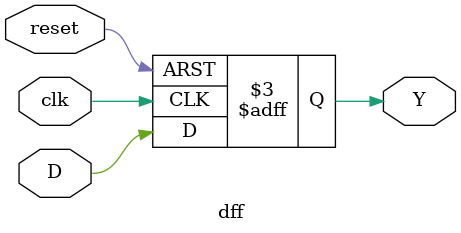
<source format=v>
module dff(
  input clk,reset,D,
  output reg Y
);
  always@(posedge clk or negedge reset)begin
    if(!reset )
      Y<=0;
    else
      Y<=D;
  end
    
endmodule

</source>
